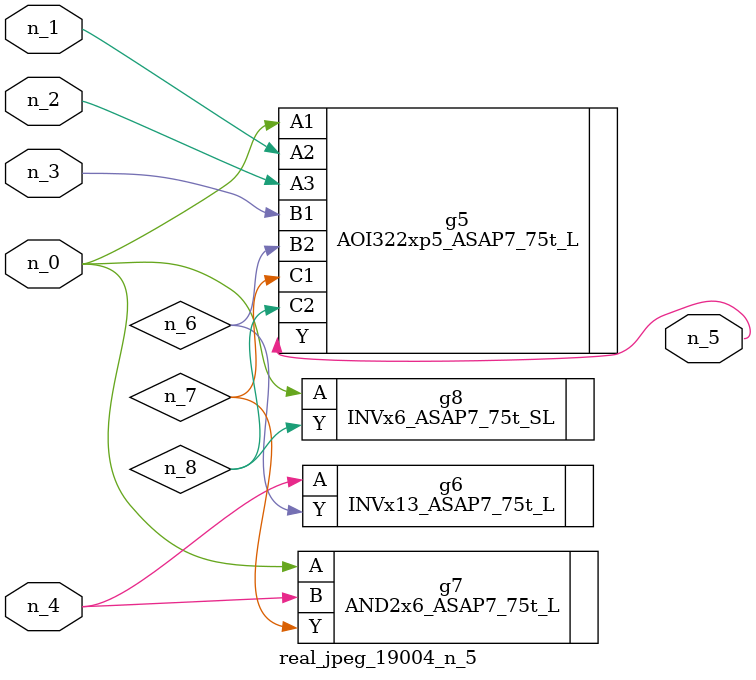
<source format=v>
module real_jpeg_19004_n_5 (n_4, n_0, n_1, n_2, n_3, n_5);

input n_4;
input n_0;
input n_1;
input n_2;
input n_3;

output n_5;

wire n_8;
wire n_6;
wire n_7;

AOI322xp5_ASAP7_75t_L g5 ( 
.A1(n_0),
.A2(n_1),
.A3(n_2),
.B1(n_3),
.B2(n_6),
.C1(n_7),
.C2(n_8),
.Y(n_5)
);

AND2x6_ASAP7_75t_L g7 ( 
.A(n_0),
.B(n_4),
.Y(n_7)
);

INVx6_ASAP7_75t_SL g8 ( 
.A(n_0),
.Y(n_8)
);

INVx13_ASAP7_75t_L g6 ( 
.A(n_4),
.Y(n_6)
);


endmodule
</source>
